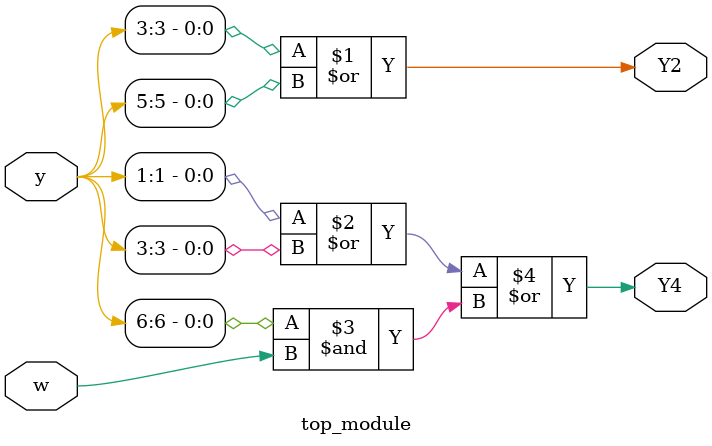
<source format=sv>
module top_module (
	input [6:1] y,
	input w,
	output Y2,
	output Y4
);

	assign Y2 = y[3] | y[5];
	assign Y4 = y[1] | y[3] | y[6] & w;
	
endmodule

</source>
